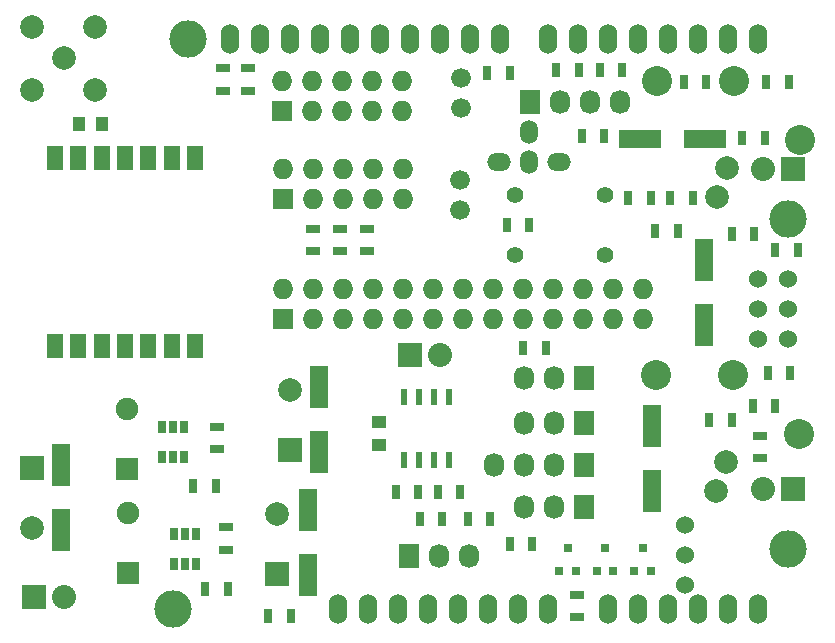
<source format=gbr>
G04 #@! TF.FileFunction,Soldermask,Bot*
%FSLAX46Y46*%
G04 Gerber Fmt 4.6, Leading zero omitted, Abs format (unit mm)*
G04 Created by KiCad (PCBNEW (2014-12-08 BZR 5317)-product) date mar. 23 déc. 2014 09:04:43 CET*
%MOMM*%
G01*
G04 APERTURE LIST*
%ADD10C,0.100000*%
%ADD11R,1.600200X3.599180*%
%ADD12R,3.599180X1.600200*%
%ADD13R,1.000000X1.250000*%
%ADD14R,1.250000X1.000000*%
%ADD15C,1.676400*%
%ADD16R,0.800100X0.800100*%
%ADD17R,0.599440X1.399540*%
%ADD18R,1.399540X1.998980*%
%ADD19C,2.540000*%
%ADD20C,1.998980*%
%ADD21R,2.032000X2.032000*%
%ADD22O,2.032000X2.032000*%
%ADD23R,1.727200X1.727200*%
%ADD24O,1.727200X1.727200*%
%ADD25R,1.727200X2.032000*%
%ADD26O,1.727200X2.032000*%
%ADD27O,1.501140X1.998980*%
%ADD28O,1.998980X1.501140*%
%ADD29R,0.700000X1.300000*%
%ADD30R,1.300000X0.700000*%
%ADD31C,1.397000*%
%ADD32C,1.524000*%
%ADD33O,1.524000X2.540000*%
%ADD34C,3.175000*%
%ADD35R,1.905000X1.905000*%
%ADD36C,1.905000*%
%ADD37R,0.701040X1.000760*%
%ADD38R,1.998980X1.998980*%
G04 APERTURE END LIST*
D10*
D11*
X155067000Y-85554820D03*
X155067000Y-80053180D03*
D12*
X155150820Y-69850000D03*
X149649180Y-69850000D03*
D11*
X150622000Y-99651820D03*
X150622000Y-94150180D03*
D13*
X104124000Y-68580000D03*
X102124000Y-68580000D03*
D14*
X127508000Y-95742000D03*
X127508000Y-93742000D03*
D15*
X134493000Y-64643000D03*
X134493000Y-67183000D03*
X134366000Y-73279000D03*
X134366000Y-75819000D03*
D16*
X150561040Y-106410760D03*
X149158960Y-106410760D03*
X149860000Y-104411780D03*
X147386040Y-106410760D03*
X145983960Y-106410760D03*
X146685000Y-104411780D03*
X144211040Y-106410760D03*
X142808960Y-106410760D03*
X143510000Y-104411780D03*
D17*
X129667000Y-97028000D03*
X129667000Y-91694000D03*
X130937000Y-97028000D03*
X132207000Y-97028000D03*
X133477000Y-97028000D03*
X130937000Y-91694000D03*
X132207000Y-91694000D03*
X133477000Y-91694000D03*
D18*
X111996220Y-87325200D03*
X109994700Y-87353140D03*
X107995720Y-87353140D03*
X106045000Y-87353140D03*
X104094280Y-87353140D03*
X102095300Y-87353140D03*
X100093780Y-87353140D03*
X100093780Y-71452740D03*
X102095300Y-71452740D03*
X104094280Y-71452740D03*
X106045000Y-71452740D03*
X107995720Y-71452740D03*
X109994700Y-71452740D03*
X111996220Y-71452740D03*
D19*
X163136580Y-94772480D03*
X151036020Y-89758520D03*
X157528260Y-89758520D03*
D20*
X156105860Y-99578160D03*
X156916120Y-97142300D03*
D19*
X163200080Y-69880480D03*
X151099520Y-64866520D03*
X157591760Y-64866520D03*
D20*
X156169360Y-74686160D03*
X156979620Y-72250300D03*
D21*
X98298000Y-108585000D03*
D22*
X100838000Y-108585000D03*
D23*
X119316500Y-67437000D03*
D24*
X119316500Y-64897000D03*
X121856500Y-67437000D03*
X121856500Y-64897000D03*
X124396500Y-67437000D03*
X124396500Y-64897000D03*
X126936500Y-67437000D03*
X126936500Y-64897000D03*
X129476500Y-67437000D03*
X129476500Y-64897000D03*
D25*
X140335000Y-66675000D03*
D26*
X142875000Y-66675000D03*
X145415000Y-66675000D03*
X147955000Y-66675000D03*
D23*
X119380000Y-74930000D03*
D24*
X119380000Y-72390000D03*
X121920000Y-74930000D03*
X121920000Y-72390000D03*
X124460000Y-74930000D03*
X124460000Y-72390000D03*
X127000000Y-74930000D03*
X127000000Y-72390000D03*
X129540000Y-74930000D03*
X129540000Y-72390000D03*
D23*
X119380000Y-85090000D03*
D24*
X119380000Y-82550000D03*
X121920000Y-85090000D03*
X121920000Y-82550000D03*
X124460000Y-85090000D03*
X124460000Y-82550000D03*
X127000000Y-85090000D03*
X127000000Y-82550000D03*
X129540000Y-85090000D03*
X129540000Y-82550000D03*
X132080000Y-85090000D03*
X132080000Y-82550000D03*
X134620000Y-85090000D03*
X134620000Y-82550000D03*
X137160000Y-85090000D03*
X137160000Y-82550000D03*
X139700000Y-85090000D03*
X139700000Y-82550000D03*
X142240000Y-85090000D03*
X142240000Y-82550000D03*
X144780000Y-85090000D03*
X144780000Y-82550000D03*
X147320000Y-85090000D03*
X147320000Y-82550000D03*
X149860000Y-85090000D03*
X149860000Y-82550000D03*
D20*
X100838000Y-62992000D03*
X98137980Y-60291980D03*
X98137980Y-65692020D03*
X103538020Y-65692020D03*
X103538020Y-60291980D03*
D25*
X130048000Y-105156000D03*
D26*
X132588000Y-105156000D03*
X135128000Y-105156000D03*
D21*
X162560000Y-99441000D03*
D22*
X160020000Y-99441000D03*
D21*
X162560000Y-72390000D03*
D22*
X160020000Y-72390000D03*
D25*
X144907000Y-100965000D03*
D26*
X142367000Y-100965000D03*
X139827000Y-100965000D03*
D25*
X144907000Y-97409000D03*
D26*
X142367000Y-97409000D03*
X139827000Y-97409000D03*
X137287000Y-97409000D03*
D25*
X144907000Y-93853000D03*
D26*
X142367000Y-93853000D03*
X139827000Y-93853000D03*
D25*
X144907000Y-90043000D03*
D26*
X142367000Y-90043000D03*
X139827000Y-90043000D03*
D27*
X140208000Y-69215000D03*
D28*
X137668000Y-71755000D03*
X142748000Y-71755000D03*
D27*
X140208000Y-71755000D03*
D29*
X161102000Y-79248000D03*
X163002000Y-79248000D03*
X160467000Y-89662000D03*
X162367000Y-89662000D03*
D30*
X159766000Y-96835000D03*
X159766000Y-94935000D03*
D29*
X161097000Y-92456000D03*
X159197000Y-92456000D03*
X159319000Y-77851000D03*
X157419000Y-77851000D03*
X160340000Y-65024000D03*
X162240000Y-65024000D03*
X158308000Y-69723000D03*
X160208000Y-69723000D03*
X154112000Y-74803000D03*
X152212000Y-74803000D03*
X148656000Y-74803000D03*
X150556000Y-74803000D03*
X155255000Y-65024000D03*
X153355000Y-65024000D03*
X111826000Y-99187000D03*
X113726000Y-99187000D03*
X157414000Y-93599000D03*
X155514000Y-93599000D03*
X152842000Y-77597000D03*
X150942000Y-77597000D03*
X140269000Y-77089000D03*
X138369000Y-77089000D03*
X146619000Y-69596000D03*
X144719000Y-69596000D03*
X118176000Y-110236000D03*
X120076000Y-110236000D03*
D30*
X144272000Y-110297000D03*
X144272000Y-108397000D03*
D29*
X138618000Y-64262000D03*
X136718000Y-64262000D03*
X142560000Y-64008000D03*
X144460000Y-64008000D03*
X146243000Y-64008000D03*
X148143000Y-64008000D03*
X138623000Y-104140000D03*
X140523000Y-104140000D03*
D30*
X121920000Y-77409000D03*
X121920000Y-79309000D03*
X124206000Y-77409000D03*
X124206000Y-79309000D03*
X126492000Y-79309000D03*
X126492000Y-77409000D03*
D29*
X141666000Y-87503000D03*
X139766000Y-87503000D03*
D30*
X114300000Y-63820000D03*
X114300000Y-65720000D03*
X116459000Y-63820000D03*
X116459000Y-65720000D03*
D29*
X128971000Y-99695000D03*
X130871000Y-99695000D03*
X134427000Y-99695000D03*
X132527000Y-99695000D03*
X131003000Y-101981000D03*
X132903000Y-101981000D03*
X135067000Y-101981000D03*
X136967000Y-101981000D03*
D31*
X146685000Y-74549000D03*
X146685000Y-79629000D03*
X139065000Y-74549000D03*
X139065000Y-79629000D03*
D32*
X153416000Y-107569000D03*
X153416000Y-105029000D03*
X153416000Y-102489000D03*
D33*
X159639000Y-109601000D03*
X157099000Y-109601000D03*
X154559000Y-109601000D03*
X146939000Y-109601000D03*
X149479000Y-109601000D03*
X152019000Y-109601000D03*
X141859000Y-109601000D03*
X139319000Y-109601000D03*
X136779000Y-109601000D03*
X131699000Y-109601000D03*
X129159000Y-109601000D03*
X159639000Y-61341000D03*
X157099000Y-61341000D03*
X154559000Y-61341000D03*
X152019000Y-61341000D03*
X149479000Y-61341000D03*
X146939000Y-61341000D03*
X144399000Y-61341000D03*
X141859000Y-61341000D03*
X137795000Y-61341000D03*
X135255000Y-61341000D03*
X132715000Y-61341000D03*
X130175000Y-61341000D03*
X127635000Y-61341000D03*
X125095000Y-61341000D03*
X122555000Y-61341000D03*
X120015000Y-61341000D03*
X134239000Y-109601000D03*
D34*
X162179000Y-104521000D03*
X162179000Y-76581000D03*
X111379000Y-61341000D03*
X110109000Y-109601000D03*
D33*
X117475000Y-61341000D03*
X114935000Y-61341000D03*
X126619000Y-109601000D03*
X124079000Y-109601000D03*
D32*
X159639000Y-81661000D03*
X162179000Y-81661000D03*
X159639000Y-84201000D03*
X162179000Y-84201000D03*
X159639000Y-86741000D03*
X162179000Y-86741000D03*
D11*
X100584000Y-97452180D03*
X100584000Y-102953820D03*
X122428000Y-96349820D03*
X122428000Y-90848180D03*
X121539000Y-106763820D03*
X121539000Y-101262180D03*
D35*
X106172000Y-97790000D03*
D36*
X106172000Y-92710000D03*
D35*
X106299000Y-106553000D03*
D36*
X106299000Y-101473000D03*
D30*
X113792000Y-96073000D03*
X113792000Y-94173000D03*
D29*
X112842000Y-107950000D03*
X114742000Y-107950000D03*
D30*
X114554000Y-104582000D03*
X114554000Y-102682000D03*
D37*
X109156500Y-96774000D03*
X110109000Y-96774000D03*
X111061500Y-96774000D03*
X111061500Y-94234000D03*
X110109000Y-94234000D03*
X109156500Y-94234000D03*
X110172500Y-105791000D03*
X111125000Y-105791000D03*
X112077500Y-105791000D03*
X112077500Y-103251000D03*
X111125000Y-103251000D03*
X110172500Y-103251000D03*
D21*
X130175000Y-88138000D03*
D22*
X132715000Y-88138000D03*
D38*
X98171000Y-97663000D03*
D20*
X98171000Y-102743000D03*
D38*
X120015000Y-96139000D03*
D20*
X120015000Y-91059000D03*
D38*
X118872000Y-106680000D03*
D20*
X118872000Y-101600000D03*
M02*

</source>
